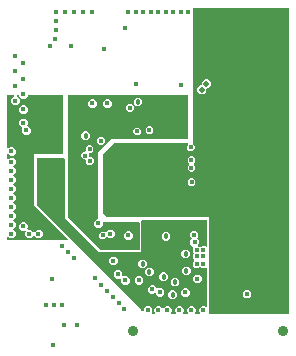
<source format=gbr>
G04 EAGLE Gerber RS-274X export*
G75*
%MOMM*%
%FSLAX34Y34*%
%LPD*%
%INCopper Layer 15*%
%IPPOS*%
%AMOC8*
5,1,8,0,0,1.08239X$1,22.5*%
G01*
%ADD10C,0.900000*%
%ADD11C,0.403200*%
%ADD12C,0.457200*%
%ADD13C,0.503200*%
%ADD14C,0.453200*%

G36*
X240801Y31373D02*
X240801Y31373D01*
X240821Y31371D01*
X240922Y31393D01*
X241024Y31410D01*
X241042Y31419D01*
X241061Y31423D01*
X241151Y31476D01*
X241242Y31525D01*
X241255Y31539D01*
X241273Y31549D01*
X241340Y31628D01*
X241411Y31703D01*
X241420Y31721D01*
X241433Y31736D01*
X241471Y31832D01*
X241515Y31926D01*
X241517Y31946D01*
X241524Y31964D01*
X241543Y32131D01*
X241543Y289231D01*
X241540Y289251D01*
X241542Y289270D01*
X241520Y289372D01*
X241503Y289474D01*
X241494Y289491D01*
X241490Y289511D01*
X241436Y289600D01*
X241388Y289691D01*
X241374Y289705D01*
X241363Y289722D01*
X241285Y289789D01*
X241210Y289860D01*
X241192Y289869D01*
X241177Y289882D01*
X241080Y289921D01*
X240987Y289964D01*
X240967Y289966D01*
X240948Y289974D01*
X240782Y289992D01*
X160655Y289992D01*
X160635Y289989D01*
X160616Y289991D01*
X160514Y289969D01*
X160412Y289952D01*
X160395Y289943D01*
X160375Y289939D01*
X160286Y289886D01*
X160195Y289837D01*
X160181Y289823D01*
X160164Y289813D01*
X160097Y289734D01*
X160026Y289659D01*
X160017Y289641D01*
X160004Y289626D01*
X159965Y289530D01*
X159922Y289436D01*
X159920Y289416D01*
X159912Y289398D01*
X159894Y289231D01*
X159894Y175524D01*
X159909Y175434D01*
X159916Y175343D01*
X159928Y175313D01*
X159934Y175281D01*
X159976Y175200D01*
X160012Y175116D01*
X160038Y175084D01*
X160049Y175064D01*
X160072Y175041D01*
X160117Y174985D01*
X161402Y173700D01*
X161402Y170978D01*
X159476Y169052D01*
X156754Y169052D01*
X154828Y170978D01*
X154828Y173700D01*
X155596Y174468D01*
X155637Y174526D01*
X155687Y174578D01*
X155709Y174625D01*
X155739Y174667D01*
X155760Y174736D01*
X155790Y174801D01*
X155796Y174853D01*
X155811Y174903D01*
X155810Y174974D01*
X155818Y175045D01*
X155806Y175096D01*
X155805Y175148D01*
X155780Y175216D01*
X155765Y175286D01*
X155739Y175330D01*
X155721Y175379D01*
X155676Y175435D01*
X155639Y175497D01*
X155600Y175531D01*
X155567Y175571D01*
X155507Y175610D01*
X155452Y175657D01*
X155404Y175676D01*
X155360Y175704D01*
X155291Y175722D01*
X155224Y175749D01*
X155153Y175757D01*
X155122Y175765D01*
X155098Y175763D01*
X155057Y175767D01*
X93472Y175767D01*
X93382Y175753D01*
X93291Y175745D01*
X93261Y175733D01*
X93229Y175728D01*
X93149Y175685D01*
X93065Y175649D01*
X93033Y175623D01*
X93012Y175612D01*
X92990Y175589D01*
X92934Y175544D01*
X84298Y166908D01*
X84245Y166834D01*
X84185Y166765D01*
X84173Y166735D01*
X84154Y166709D01*
X84127Y166622D01*
X84093Y166537D01*
X84089Y166496D01*
X84082Y166473D01*
X84083Y166441D01*
X84075Y166370D01*
X84075Y116840D01*
X84090Y116750D01*
X84097Y116659D01*
X84109Y116629D01*
X84115Y116597D01*
X84157Y116517D01*
X84193Y116433D01*
X84219Y116401D01*
X84230Y116380D01*
X84253Y116358D01*
X84298Y116302D01*
X86838Y113762D01*
X86912Y113709D01*
X86981Y113649D01*
X87011Y113637D01*
X87037Y113618D01*
X87124Y113591D01*
X87209Y113557D01*
X87250Y113553D01*
X87273Y113546D01*
X87305Y113547D01*
X87376Y113539D01*
X173737Y113539D01*
X173737Y32131D01*
X173740Y32111D01*
X173738Y32092D01*
X173760Y31990D01*
X173777Y31888D01*
X173786Y31871D01*
X173790Y31851D01*
X173843Y31762D01*
X173892Y31671D01*
X173906Y31657D01*
X173916Y31640D01*
X173995Y31573D01*
X174070Y31502D01*
X174088Y31493D01*
X174103Y31480D01*
X174199Y31441D01*
X174293Y31398D01*
X174313Y31396D01*
X174331Y31388D01*
X174498Y31370D01*
X240782Y31370D01*
X240801Y31373D01*
G37*
G36*
X114320Y85602D02*
X114320Y85602D01*
X114339Y85600D01*
X114441Y85622D01*
X114543Y85639D01*
X114560Y85648D01*
X114580Y85652D01*
X114669Y85705D01*
X114760Y85754D01*
X114774Y85768D01*
X114791Y85778D01*
X114858Y85857D01*
X114930Y85932D01*
X114938Y85950D01*
X114951Y85965D01*
X114990Y86061D01*
X115033Y86155D01*
X115035Y86175D01*
X115043Y86193D01*
X115061Y86360D01*
X115061Y107950D01*
X115058Y107970D01*
X115060Y107989D01*
X115038Y108091D01*
X115022Y108193D01*
X115012Y108210D01*
X115008Y108230D01*
X114955Y108319D01*
X114906Y108410D01*
X114892Y108424D01*
X114882Y108441D01*
X114803Y108508D01*
X114728Y108580D01*
X114710Y108588D01*
X114695Y108601D01*
X114599Y108640D01*
X114505Y108683D01*
X114485Y108685D01*
X114467Y108693D01*
X114300Y108711D01*
X84308Y108711D01*
X84288Y108708D01*
X84269Y108710D01*
X84167Y108688D01*
X84065Y108672D01*
X84048Y108662D01*
X84028Y108658D01*
X83939Y108605D01*
X83848Y108556D01*
X83834Y108542D01*
X83817Y108532D01*
X83750Y108453D01*
X83678Y108378D01*
X83670Y108360D01*
X83657Y108345D01*
X83618Y108249D01*
X83575Y108155D01*
X83573Y108135D01*
X83565Y108117D01*
X83547Y107950D01*
X83547Y106485D01*
X81475Y104413D01*
X78545Y104413D01*
X76473Y106485D01*
X76473Y109415D01*
X78545Y111487D01*
X79121Y111487D01*
X79141Y111490D01*
X79160Y111488D01*
X79262Y111510D01*
X79364Y111526D01*
X79381Y111536D01*
X79401Y111540D01*
X79490Y111593D01*
X79581Y111642D01*
X79595Y111656D01*
X79612Y111666D01*
X79679Y111745D01*
X79751Y111820D01*
X79759Y111838D01*
X79772Y111853D01*
X79811Y111949D01*
X79854Y112043D01*
X79856Y112063D01*
X79864Y112081D01*
X79882Y112248D01*
X79882Y168595D01*
X90231Y178944D01*
X154813Y178944D01*
X154833Y178947D01*
X154852Y178945D01*
X154954Y178967D01*
X155056Y178984D01*
X155073Y178993D01*
X155093Y178997D01*
X155182Y179050D01*
X155273Y179099D01*
X155287Y179113D01*
X155304Y179123D01*
X155371Y179202D01*
X155443Y179277D01*
X155451Y179295D01*
X155464Y179310D01*
X155503Y179406D01*
X155546Y179500D01*
X155548Y179520D01*
X155556Y179538D01*
X155574Y179705D01*
X155574Y215900D01*
X155571Y215920D01*
X155573Y215939D01*
X155551Y216041D01*
X155535Y216143D01*
X155525Y216160D01*
X155521Y216180D01*
X155468Y216269D01*
X155419Y216360D01*
X155405Y216374D01*
X155395Y216391D01*
X155316Y216458D01*
X155241Y216530D01*
X155223Y216538D01*
X155208Y216551D01*
X155112Y216590D01*
X155018Y216633D01*
X154998Y216635D01*
X154980Y216643D01*
X154813Y216661D01*
X54991Y216661D01*
X54971Y216658D01*
X54952Y216660D01*
X54850Y216638D01*
X54748Y216622D01*
X54731Y216612D01*
X54711Y216608D01*
X54622Y216555D01*
X54531Y216506D01*
X54517Y216492D01*
X54500Y216482D01*
X54433Y216403D01*
X54362Y216328D01*
X54353Y216310D01*
X54340Y216295D01*
X54301Y216199D01*
X54258Y216105D01*
X54256Y216085D01*
X54248Y216067D01*
X54230Y215900D01*
X54230Y113030D01*
X54245Y112940D01*
X54252Y112849D01*
X54264Y112819D01*
X54270Y112787D01*
X54312Y112707D01*
X54348Y112623D01*
X54374Y112591D01*
X54385Y112570D01*
X54408Y112548D01*
X54434Y112515D01*
X54435Y112513D01*
X54437Y112512D01*
X54453Y112492D01*
X81123Y85822D01*
X81197Y85769D01*
X81266Y85709D01*
X81296Y85697D01*
X81322Y85678D01*
X81409Y85651D01*
X81494Y85617D01*
X81535Y85613D01*
X81558Y85606D01*
X81590Y85607D01*
X81661Y85599D01*
X114300Y85599D01*
X114320Y85602D01*
G37*
G36*
X127088Y31254D02*
X127088Y31254D01*
X127160Y31256D01*
X127209Y31274D01*
X127260Y31283D01*
X127324Y31316D01*
X127391Y31341D01*
X127432Y31373D01*
X127478Y31398D01*
X127527Y31450D01*
X127583Y31494D01*
X127611Y31538D01*
X127647Y31576D01*
X127677Y31641D01*
X127716Y31701D01*
X127729Y31752D01*
X127751Y31799D01*
X127759Y31870D01*
X127776Y31940D01*
X127772Y31992D01*
X127778Y32043D01*
X127763Y32114D01*
X127757Y32185D01*
X127737Y32233D01*
X127726Y32284D01*
X127689Y32345D01*
X127661Y32411D01*
X127616Y32467D01*
X127600Y32495D01*
X127582Y32510D01*
X127556Y32542D01*
X127273Y32825D01*
X127273Y35755D01*
X129345Y37827D01*
X132275Y37827D01*
X134082Y36020D01*
X134098Y36008D01*
X134110Y35993D01*
X134180Y35948D01*
X134212Y35921D01*
X134230Y35913D01*
X134281Y35876D01*
X134300Y35871D01*
X134317Y35860D01*
X134418Y35834D01*
X134517Y35804D01*
X134536Y35805D01*
X134556Y35800D01*
X134659Y35808D01*
X134762Y35810D01*
X134781Y35817D01*
X134801Y35819D01*
X134873Y35850D01*
X134876Y35850D01*
X134883Y35854D01*
X134896Y35859D01*
X134993Y35895D01*
X135009Y35907D01*
X135027Y35915D01*
X135083Y35959D01*
X135093Y35965D01*
X135105Y35977D01*
X135158Y36020D01*
X136965Y37827D01*
X139895Y37827D01*
X141967Y35755D01*
X141967Y32825D01*
X141684Y32542D01*
X141642Y32484D01*
X141593Y32432D01*
X141571Y32385D01*
X141540Y32343D01*
X141519Y32274D01*
X141489Y32209D01*
X141483Y32157D01*
X141468Y32108D01*
X141470Y32036D01*
X141462Y31965D01*
X141473Y31914D01*
X141474Y31862D01*
X141499Y31794D01*
X141514Y31724D01*
X141541Y31679D01*
X141559Y31631D01*
X141604Y31575D01*
X141640Y31513D01*
X141680Y31479D01*
X141713Y31439D01*
X141773Y31400D01*
X141827Y31353D01*
X141876Y31334D01*
X141920Y31306D01*
X141989Y31288D01*
X142056Y31261D01*
X142127Y31253D01*
X142158Y31245D01*
X142181Y31247D01*
X142222Y31243D01*
X144798Y31243D01*
X144868Y31254D01*
X144940Y31256D01*
X144989Y31274D01*
X145040Y31283D01*
X145104Y31316D01*
X145171Y31341D01*
X145212Y31373D01*
X145258Y31398D01*
X145307Y31450D01*
X145363Y31494D01*
X145391Y31538D01*
X145427Y31576D01*
X145457Y31641D01*
X145496Y31701D01*
X145509Y31752D01*
X145531Y31799D01*
X145539Y31870D01*
X145556Y31940D01*
X145552Y31992D01*
X145558Y32043D01*
X145543Y32114D01*
X145537Y32185D01*
X145517Y32233D01*
X145506Y32284D01*
X145469Y32345D01*
X145441Y32411D01*
X145396Y32467D01*
X145380Y32495D01*
X145362Y32510D01*
X145336Y32542D01*
X145053Y32825D01*
X145053Y35755D01*
X147125Y37827D01*
X150055Y37827D01*
X152127Y35755D01*
X152127Y32825D01*
X151844Y32542D01*
X151802Y32484D01*
X151753Y32432D01*
X151731Y32385D01*
X151700Y32343D01*
X151679Y32274D01*
X151649Y32209D01*
X151643Y32157D01*
X151628Y32108D01*
X151630Y32036D01*
X151622Y31965D01*
X151633Y31914D01*
X151634Y31862D01*
X151659Y31794D01*
X151674Y31724D01*
X151701Y31679D01*
X151719Y31631D01*
X151764Y31575D01*
X151800Y31513D01*
X151840Y31479D01*
X151873Y31439D01*
X151933Y31400D01*
X151987Y31353D01*
X152036Y31334D01*
X152080Y31306D01*
X152149Y31288D01*
X152216Y31261D01*
X152287Y31253D01*
X152318Y31245D01*
X152341Y31247D01*
X152382Y31243D01*
X154958Y31243D01*
X155028Y31254D01*
X155100Y31256D01*
X155149Y31274D01*
X155200Y31283D01*
X155264Y31316D01*
X155331Y31341D01*
X155372Y31373D01*
X155418Y31398D01*
X155467Y31450D01*
X155523Y31494D01*
X155551Y31538D01*
X155587Y31576D01*
X155617Y31641D01*
X155656Y31701D01*
X155669Y31752D01*
X155691Y31799D01*
X155699Y31870D01*
X155716Y31940D01*
X155712Y31992D01*
X155718Y32043D01*
X155703Y32114D01*
X155697Y32185D01*
X155677Y32233D01*
X155666Y32284D01*
X155629Y32345D01*
X155601Y32411D01*
X155556Y32467D01*
X155540Y32495D01*
X155522Y32510D01*
X155496Y32542D01*
X155213Y32825D01*
X155213Y35755D01*
X157285Y37827D01*
X160215Y37827D01*
X162287Y35755D01*
X162287Y32825D01*
X162004Y32542D01*
X161962Y32484D01*
X161913Y32432D01*
X161891Y32385D01*
X161860Y32343D01*
X161839Y32274D01*
X161809Y32209D01*
X161803Y32157D01*
X161788Y32108D01*
X161790Y32036D01*
X161782Y31965D01*
X161793Y31914D01*
X161794Y31862D01*
X161819Y31794D01*
X161834Y31724D01*
X161861Y31679D01*
X161879Y31631D01*
X161924Y31575D01*
X161960Y31513D01*
X162000Y31479D01*
X162033Y31439D01*
X162093Y31400D01*
X162147Y31353D01*
X162196Y31334D01*
X162240Y31306D01*
X162309Y31288D01*
X162376Y31261D01*
X162447Y31253D01*
X162478Y31245D01*
X162501Y31247D01*
X162542Y31243D01*
X165118Y31243D01*
X165188Y31254D01*
X165260Y31256D01*
X165309Y31274D01*
X165360Y31283D01*
X165424Y31316D01*
X165491Y31341D01*
X165532Y31373D01*
X165578Y31398D01*
X165627Y31450D01*
X165683Y31494D01*
X165711Y31538D01*
X165747Y31576D01*
X165777Y31641D01*
X165816Y31701D01*
X165829Y31752D01*
X165851Y31799D01*
X165859Y31870D01*
X165876Y31940D01*
X165872Y31992D01*
X165878Y32043D01*
X165863Y32114D01*
X165857Y32185D01*
X165837Y32233D01*
X165826Y32284D01*
X165789Y32345D01*
X165761Y32411D01*
X165716Y32467D01*
X165700Y32495D01*
X165682Y32510D01*
X165656Y32542D01*
X165373Y32825D01*
X165373Y35755D01*
X167445Y37827D01*
X170375Y37827D01*
X170658Y37544D01*
X170716Y37502D01*
X170768Y37453D01*
X170815Y37431D01*
X170857Y37400D01*
X170926Y37379D01*
X170991Y37349D01*
X171043Y37343D01*
X171093Y37328D01*
X171164Y37330D01*
X171235Y37322D01*
X171286Y37333D01*
X171338Y37334D01*
X171406Y37359D01*
X171476Y37374D01*
X171520Y37401D01*
X171569Y37419D01*
X171625Y37464D01*
X171687Y37500D01*
X171721Y37540D01*
X171761Y37573D01*
X171800Y37633D01*
X171847Y37687D01*
X171866Y37736D01*
X171894Y37780D01*
X171912Y37849D01*
X171921Y37872D01*
X171929Y37889D01*
X171930Y37893D01*
X171939Y37916D01*
X171947Y37987D01*
X171955Y38018D01*
X171953Y38041D01*
X171957Y38082D01*
X171957Y65296D01*
X171943Y65386D01*
X171935Y65477D01*
X171923Y65507D01*
X171918Y65538D01*
X171875Y65619D01*
X171839Y65703D01*
X171813Y65735D01*
X171802Y65756D01*
X171779Y65778D01*
X171734Y65834D01*
X171723Y65845D01*
X171723Y68775D01*
X171734Y68786D01*
X171779Y68848D01*
X171807Y68877D01*
X171812Y68888D01*
X171847Y68929D01*
X171859Y68959D01*
X171878Y68986D01*
X171905Y69073D01*
X171939Y69158D01*
X171943Y69198D01*
X171950Y69221D01*
X171949Y69253D01*
X171957Y69324D01*
X171957Y69868D01*
X171946Y69938D01*
X171944Y70010D01*
X171926Y70059D01*
X171918Y70110D01*
X171884Y70174D01*
X171859Y70241D01*
X171827Y70282D01*
X171802Y70328D01*
X171751Y70377D01*
X171706Y70433D01*
X171662Y70461D01*
X171624Y70497D01*
X171559Y70527D01*
X171499Y70566D01*
X171448Y70579D01*
X171401Y70601D01*
X171330Y70609D01*
X171260Y70626D01*
X171208Y70622D01*
X171157Y70628D01*
X171086Y70613D01*
X171015Y70607D01*
X170967Y70587D01*
X170916Y70576D01*
X170855Y70539D01*
X170789Y70511D01*
X170733Y70466D01*
X170705Y70450D01*
X170690Y70432D01*
X170658Y70406D01*
X170375Y70123D01*
X167445Y70123D01*
X166601Y70967D01*
X166585Y70979D01*
X166572Y70995D01*
X166485Y71051D01*
X166401Y71111D01*
X166382Y71117D01*
X166365Y71128D01*
X166265Y71153D01*
X166166Y71183D01*
X166146Y71183D01*
X166127Y71188D01*
X166024Y71180D01*
X165920Y71177D01*
X165901Y71170D01*
X165882Y71169D01*
X165787Y71128D01*
X165689Y71093D01*
X165674Y71080D01*
X165655Y71072D01*
X165524Y70967D01*
X164675Y70118D01*
X161745Y70118D01*
X159673Y72189D01*
X159673Y75119D01*
X160899Y76346D01*
X160911Y76362D01*
X160927Y76375D01*
X160983Y76462D01*
X161043Y76546D01*
X161049Y76565D01*
X161060Y76582D01*
X161085Y76682D01*
X161115Y76781D01*
X161115Y76801D01*
X161120Y76820D01*
X161112Y76923D01*
X161109Y77027D01*
X161102Y77045D01*
X161101Y77065D01*
X161060Y77160D01*
X161025Y77258D01*
X161012Y77273D01*
X161004Y77292D01*
X160899Y77423D01*
X159770Y78552D01*
X159770Y81482D01*
X160336Y82048D01*
X160347Y82064D01*
X160363Y82076D01*
X160419Y82163D01*
X160479Y82247D01*
X160485Y82266D01*
X160496Y82283D01*
X160521Y82384D01*
X160552Y82482D01*
X160551Y82502D01*
X160556Y82522D01*
X160548Y82625D01*
X160545Y82728D01*
X160539Y82747D01*
X160537Y82767D01*
X160497Y82862D01*
X160461Y82959D01*
X160448Y82975D01*
X160441Y82993D01*
X160336Y83124D01*
X159679Y83781D01*
X159679Y86711D01*
X160170Y87201D01*
X160185Y87223D01*
X160194Y87229D01*
X160215Y87263D01*
X160261Y87311D01*
X160283Y87358D01*
X160313Y87400D01*
X160322Y87429D01*
X160327Y87436D01*
X160336Y87472D01*
X160364Y87534D01*
X160370Y87586D01*
X160385Y87636D01*
X160385Y87667D01*
X160387Y87675D01*
X160384Y87710D01*
X160391Y87778D01*
X160380Y87829D01*
X160379Y87881D01*
X160368Y87911D01*
X160368Y87920D01*
X160354Y87953D01*
X160339Y88019D01*
X160313Y88063D01*
X160295Y88112D01*
X160275Y88136D01*
X160271Y88146D01*
X160239Y88187D01*
X160213Y88230D01*
X160185Y88254D01*
X160166Y88277D01*
X160148Y88296D01*
X160141Y88304D01*
X160136Y88307D01*
X157872Y90572D01*
X157872Y93502D01*
X158845Y94475D01*
X158856Y94491D01*
X158872Y94503D01*
X158928Y94591D01*
X158988Y94675D01*
X158994Y94694D01*
X159005Y94710D01*
X159030Y94811D01*
X159061Y94910D01*
X159060Y94930D01*
X159065Y94949D01*
X159057Y95052D01*
X159054Y95156D01*
X159047Y95174D01*
X159046Y95194D01*
X159005Y95289D01*
X158970Y95387D01*
X158957Y95402D01*
X158949Y95420D01*
X158845Y95551D01*
X157643Y96753D01*
X157643Y99683D01*
X159715Y101755D01*
X162645Y101755D01*
X164716Y99683D01*
X164716Y96753D01*
X163743Y95780D01*
X163732Y95764D01*
X163716Y95752D01*
X163660Y95664D01*
X163600Y95581D01*
X163594Y95562D01*
X163583Y95545D01*
X163558Y95444D01*
X163527Y95346D01*
X163528Y95326D01*
X163523Y95306D01*
X163531Y95203D01*
X163534Y95100D01*
X163541Y95081D01*
X163542Y95061D01*
X163583Y94966D01*
X163618Y94869D01*
X163631Y94853D01*
X163639Y94835D01*
X163743Y94704D01*
X164945Y93502D01*
X164945Y90572D01*
X164455Y90082D01*
X164439Y90060D01*
X164431Y90053D01*
X164409Y90020D01*
X164364Y89972D01*
X164342Y89924D01*
X164311Y89882D01*
X164303Y89854D01*
X164298Y89846D01*
X164289Y89810D01*
X164260Y89749D01*
X164254Y89697D01*
X164239Y89647D01*
X164240Y89616D01*
X164238Y89608D01*
X164241Y89572D01*
X164233Y89504D01*
X164244Y89453D01*
X164245Y89401D01*
X164256Y89372D01*
X164257Y89363D01*
X164271Y89330D01*
X164285Y89264D01*
X164312Y89219D01*
X164330Y89170D01*
X164349Y89146D01*
X164353Y89136D01*
X164386Y89096D01*
X164412Y89053D01*
X164439Y89029D01*
X164458Y89005D01*
X164477Y88987D01*
X164484Y88978D01*
X164488Y88975D01*
X165552Y87911D01*
X165568Y87900D01*
X165581Y87884D01*
X165668Y87828D01*
X165752Y87768D01*
X165771Y87762D01*
X165788Y87751D01*
X165888Y87726D01*
X165987Y87695D01*
X166007Y87696D01*
X166026Y87691D01*
X166129Y87699D01*
X166233Y87702D01*
X166252Y87709D01*
X166271Y87710D01*
X166366Y87751D01*
X166464Y87786D01*
X166479Y87799D01*
X166498Y87807D01*
X166629Y87911D01*
X167458Y88741D01*
X170388Y88741D01*
X170658Y88472D01*
X170716Y88430D01*
X170768Y88381D01*
X170815Y88359D01*
X170857Y88328D01*
X170926Y88307D01*
X170991Y88277D01*
X171043Y88271D01*
X171093Y88256D01*
X171164Y88258D01*
X171235Y88250D01*
X171286Y88261D01*
X171338Y88262D01*
X171406Y88287D01*
X171476Y88302D01*
X171520Y88329D01*
X171569Y88347D01*
X171625Y88392D01*
X171687Y88428D01*
X171721Y88468D01*
X171761Y88501D01*
X171800Y88561D01*
X171847Y88615D01*
X171866Y88664D01*
X171894Y88707D01*
X171912Y88777D01*
X171939Y88843D01*
X171947Y88915D01*
X171955Y88946D01*
X171953Y88969D01*
X171957Y89010D01*
X171957Y110109D01*
X171954Y110129D01*
X171956Y110148D01*
X171934Y110250D01*
X171918Y110352D01*
X171908Y110369D01*
X171904Y110389D01*
X171851Y110478D01*
X171802Y110569D01*
X171788Y110583D01*
X171778Y110600D01*
X171699Y110667D01*
X171624Y110739D01*
X171606Y110747D01*
X171591Y110760D01*
X171495Y110799D01*
X171401Y110842D01*
X171381Y110844D01*
X171363Y110852D01*
X171196Y110870D01*
X117221Y110870D01*
X117201Y110867D01*
X117182Y110869D01*
X117080Y110847D01*
X116978Y110831D01*
X116961Y110821D01*
X116941Y110817D01*
X116852Y110764D01*
X116761Y110715D01*
X116747Y110701D01*
X116730Y110691D01*
X116663Y110612D01*
X116592Y110537D01*
X116583Y110519D01*
X116570Y110504D01*
X116531Y110408D01*
X116488Y110314D01*
X116486Y110294D01*
X116478Y110276D01*
X116460Y110109D01*
X116460Y83946D01*
X80071Y83946D01*
X51307Y112710D01*
X51307Y162560D01*
X51304Y162580D01*
X51306Y162599D01*
X51284Y162701D01*
X51268Y162803D01*
X51258Y162820D01*
X51254Y162840D01*
X51201Y162929D01*
X51152Y163020D01*
X51138Y163034D01*
X51128Y163051D01*
X51049Y163118D01*
X50974Y163190D01*
X50956Y163198D01*
X50941Y163211D01*
X50845Y163250D01*
X50751Y163293D01*
X50731Y163295D01*
X50713Y163303D01*
X50546Y163321D01*
X29083Y163321D01*
X29063Y163318D01*
X29044Y163320D01*
X28942Y163298D01*
X28840Y163282D01*
X28823Y163272D01*
X28803Y163268D01*
X28714Y163215D01*
X28623Y163166D01*
X28609Y163152D01*
X28592Y163142D01*
X28525Y163063D01*
X28454Y162988D01*
X28445Y162970D01*
X28432Y162955D01*
X28393Y162859D01*
X28350Y162765D01*
X28348Y162745D01*
X28340Y162727D01*
X28322Y162560D01*
X28322Y123063D01*
X28337Y122973D01*
X28344Y122882D01*
X28356Y122852D01*
X28362Y122820D01*
X28404Y122740D01*
X28440Y122656D01*
X28466Y122624D01*
X28477Y122603D01*
X28500Y122581D01*
X28545Y122525D01*
X117084Y33986D01*
X117142Y33944D01*
X117194Y33894D01*
X117241Y33872D01*
X117283Y33842D01*
X117352Y33821D01*
X117417Y33791D01*
X117469Y33785D01*
X117519Y33770D01*
X117590Y33772D01*
X117661Y33764D01*
X117712Y33775D01*
X117764Y33776D01*
X117832Y33801D01*
X117902Y33816D01*
X117946Y33843D01*
X117995Y33861D01*
X118051Y33905D01*
X118113Y33942D01*
X118147Y33982D01*
X118187Y34014D01*
X118226Y34075D01*
X118273Y34129D01*
X118292Y34177D01*
X118320Y34221D01*
X118338Y34291D01*
X118365Y34357D01*
X118373Y34429D01*
X118381Y34460D01*
X118379Y34483D01*
X118383Y34524D01*
X118383Y35755D01*
X120455Y37827D01*
X123385Y37827D01*
X125457Y35755D01*
X125457Y32825D01*
X125174Y32542D01*
X125132Y32484D01*
X125083Y32432D01*
X125061Y32385D01*
X125030Y32343D01*
X125009Y32274D01*
X124979Y32209D01*
X124973Y32157D01*
X124958Y32108D01*
X124960Y32036D01*
X124952Y31965D01*
X124963Y31914D01*
X124964Y31862D01*
X124989Y31794D01*
X125004Y31724D01*
X125031Y31679D01*
X125049Y31631D01*
X125094Y31575D01*
X125130Y31513D01*
X125170Y31479D01*
X125203Y31439D01*
X125263Y31400D01*
X125317Y31353D01*
X125366Y31334D01*
X125410Y31306D01*
X125479Y31288D01*
X125546Y31261D01*
X125617Y31253D01*
X125648Y31245D01*
X125671Y31247D01*
X125712Y31243D01*
X127018Y31243D01*
X127088Y31254D01*
G37*
G36*
X53665Y93738D02*
X53665Y93738D01*
X53736Y93740D01*
X53785Y93758D01*
X53837Y93767D01*
X53900Y93800D01*
X53967Y93825D01*
X54008Y93857D01*
X54054Y93882D01*
X54103Y93933D01*
X54159Y93978D01*
X54188Y94022D01*
X54224Y94060D01*
X54254Y94125D01*
X54292Y94185D01*
X54305Y94236D01*
X54327Y94283D01*
X54335Y94354D01*
X54353Y94424D01*
X54348Y94476D01*
X54354Y94527D01*
X54339Y94598D01*
X54333Y94669D01*
X54313Y94717D01*
X54302Y94768D01*
X54265Y94829D01*
X54237Y94895D01*
X54192Y94951D01*
X54176Y94979D01*
X54158Y94994D01*
X54132Y95026D01*
X25526Y123632D01*
X25526Y166244D01*
X49276Y166244D01*
X49296Y166247D01*
X49315Y166245D01*
X49417Y166267D01*
X49519Y166284D01*
X49536Y166293D01*
X49556Y166297D01*
X49645Y166350D01*
X49736Y166399D01*
X49750Y166413D01*
X49767Y166423D01*
X49834Y166502D01*
X49906Y166577D01*
X49914Y166595D01*
X49927Y166610D01*
X49966Y166706D01*
X50009Y166800D01*
X50011Y166820D01*
X50019Y166838D01*
X50037Y167005D01*
X50037Y216027D01*
X50034Y216047D01*
X50036Y216066D01*
X50014Y216168D01*
X49998Y216270D01*
X49988Y216287D01*
X49984Y216307D01*
X49931Y216396D01*
X49882Y216487D01*
X49868Y216501D01*
X49858Y216518D01*
X49779Y216585D01*
X49704Y216657D01*
X49686Y216665D01*
X49671Y216678D01*
X49575Y216717D01*
X49481Y216760D01*
X49461Y216762D01*
X49443Y216770D01*
X49276Y216788D01*
X20808Y216788D01*
X20788Y216785D01*
X20769Y216787D01*
X20667Y216765D01*
X20565Y216749D01*
X20548Y216739D01*
X20528Y216735D01*
X20439Y216682D01*
X20348Y216633D01*
X20334Y216619D01*
X20317Y216609D01*
X20250Y216530D01*
X20178Y216455D01*
X20170Y216437D01*
X20157Y216422D01*
X20118Y216326D01*
X20075Y216232D01*
X20073Y216212D01*
X20065Y216194D01*
X20047Y216027D01*
X20047Y215705D01*
X17975Y213633D01*
X15045Y213633D01*
X12973Y215705D01*
X12973Y216027D01*
X12970Y216047D01*
X12972Y216066D01*
X12950Y216168D01*
X12934Y216270D01*
X12924Y216287D01*
X12920Y216307D01*
X12867Y216396D01*
X12818Y216487D01*
X12804Y216501D01*
X12794Y216518D01*
X12715Y216585D01*
X12640Y216657D01*
X12622Y216665D01*
X12607Y216678D01*
X12511Y216717D01*
X12417Y216760D01*
X12397Y216762D01*
X12379Y216770D01*
X12212Y216788D01*
X11566Y216788D01*
X11495Y216777D01*
X11424Y216775D01*
X11375Y216757D01*
X11323Y216749D01*
X11260Y216715D01*
X11193Y216690D01*
X11152Y216658D01*
X11106Y216633D01*
X11057Y216582D01*
X11001Y216537D01*
X10972Y216493D01*
X10937Y216455D01*
X10906Y216390D01*
X10868Y216330D01*
X10855Y216279D01*
X10833Y216232D01*
X10825Y216161D01*
X10808Y216091D01*
X10812Y216039D01*
X10806Y215988D01*
X10821Y215917D01*
X10827Y215846D01*
X10847Y215798D01*
X10858Y215747D01*
X10895Y215686D01*
X10923Y215620D01*
X10968Y215564D01*
X10984Y215536D01*
X11002Y215521D01*
X11028Y215489D01*
X13259Y213258D01*
X13259Y210328D01*
X11187Y208256D01*
X8257Y208256D01*
X6185Y210328D01*
X6185Y213258D01*
X8416Y215489D01*
X8458Y215547D01*
X8507Y215599D01*
X8529Y215646D01*
X8559Y215688D01*
X8580Y215757D01*
X8611Y215822D01*
X8616Y215874D01*
X8632Y215924D01*
X8630Y215995D01*
X8638Y216066D01*
X8627Y216117D01*
X8625Y216169D01*
X8601Y216237D01*
X8586Y216307D01*
X8559Y216351D01*
X8541Y216400D01*
X8496Y216456D01*
X8459Y216518D01*
X8420Y216552D01*
X8387Y216592D01*
X8327Y216631D01*
X8272Y216678D01*
X8224Y216697D01*
X8180Y216725D01*
X8111Y216743D01*
X8044Y216770D01*
X7973Y216778D01*
X7942Y216786D01*
X7919Y216784D01*
X7878Y216788D01*
X3411Y216788D01*
X3391Y216785D01*
X3371Y216787D01*
X3270Y216765D01*
X3168Y216749D01*
X3150Y216739D01*
X3131Y216735D01*
X3042Y216682D01*
X2950Y216633D01*
X2937Y216619D01*
X2920Y216609D01*
X2852Y216530D01*
X2781Y216455D01*
X2773Y216437D01*
X2760Y216422D01*
X2721Y216326D01*
X2677Y216232D01*
X2675Y216212D01*
X2668Y216194D01*
X2649Y216027D01*
X2649Y172049D01*
X2661Y171978D01*
X2663Y171906D01*
X2681Y171857D01*
X2689Y171806D01*
X2723Y171743D01*
X2747Y171675D01*
X2780Y171635D01*
X2804Y171589D01*
X2856Y171539D01*
X2901Y171483D01*
X2945Y171455D01*
X2983Y171419D01*
X3048Y171389D01*
X3108Y171350D01*
X3158Y171338D01*
X3206Y171316D01*
X3277Y171308D01*
X3346Y171290D01*
X3398Y171294D01*
X3450Y171289D01*
X3520Y171304D01*
X3592Y171309D01*
X3639Y171330D01*
X3690Y171341D01*
X3752Y171378D01*
X3818Y171406D01*
X3874Y171451D01*
X3902Y171467D01*
X3917Y171485D01*
X3949Y171511D01*
X4885Y172447D01*
X7815Y172447D01*
X9887Y170375D01*
X9887Y167445D01*
X7815Y165373D01*
X4885Y165373D01*
X3949Y166309D01*
X3891Y166351D01*
X3839Y166401D01*
X3791Y166423D01*
X3749Y166453D01*
X3681Y166474D01*
X3616Y166504D01*
X3564Y166510D01*
X3514Y166525D01*
X3442Y166523D01*
X3371Y166531D01*
X3320Y166520D01*
X3268Y166519D01*
X3201Y166494D01*
X3131Y166479D01*
X3086Y166452D01*
X3037Y166435D01*
X2981Y166390D01*
X2920Y166353D01*
X2886Y166313D01*
X2845Y166281D01*
X2806Y166221D01*
X2760Y166166D01*
X2740Y166118D01*
X2712Y166074D01*
X2695Y166004D01*
X2668Y165938D01*
X2660Y165867D01*
X2652Y165835D01*
X2654Y165812D01*
X2649Y165771D01*
X2649Y163159D01*
X2661Y163088D01*
X2663Y163016D01*
X2681Y162967D01*
X2689Y162916D01*
X2723Y162853D01*
X2747Y162785D01*
X2780Y162745D01*
X2804Y162699D01*
X2856Y162649D01*
X2901Y162593D01*
X2945Y162565D01*
X2983Y162529D01*
X3048Y162499D01*
X3108Y162460D01*
X3158Y162448D01*
X3206Y162426D01*
X3277Y162418D01*
X3346Y162400D01*
X3398Y162404D01*
X3450Y162399D01*
X3520Y162414D01*
X3592Y162419D01*
X3639Y162440D01*
X3690Y162451D01*
X3752Y162488D01*
X3818Y162516D01*
X3874Y162561D01*
X3902Y162577D01*
X3917Y162595D01*
X3949Y162621D01*
X4885Y163557D01*
X7815Y163557D01*
X9887Y161485D01*
X9887Y158555D01*
X8080Y156748D01*
X8068Y156732D01*
X8053Y156720D01*
X7997Y156632D01*
X7936Y156549D01*
X7931Y156530D01*
X7920Y156513D01*
X7894Y156412D01*
X7864Y156313D01*
X7865Y156294D01*
X7860Y156274D01*
X7868Y156171D01*
X7870Y156068D01*
X7877Y156049D01*
X7879Y156029D01*
X7919Y155934D01*
X7955Y155837D01*
X7967Y155821D01*
X7975Y155803D01*
X8080Y155672D01*
X9887Y153865D01*
X9887Y150935D01*
X8080Y149128D01*
X8068Y149112D01*
X8053Y149100D01*
X7997Y149012D01*
X7936Y148929D01*
X7931Y148910D01*
X7920Y148893D01*
X7894Y148792D01*
X7864Y148693D01*
X7865Y148674D01*
X7860Y148654D01*
X7868Y148551D01*
X7870Y148448D01*
X7877Y148429D01*
X7879Y148409D01*
X7919Y148314D01*
X7955Y148217D01*
X7967Y148201D01*
X7975Y148183D01*
X8080Y148052D01*
X9887Y146245D01*
X9887Y143315D01*
X8080Y141508D01*
X8068Y141492D01*
X8053Y141480D01*
X7997Y141392D01*
X7936Y141309D01*
X7931Y141290D01*
X7920Y141273D01*
X7894Y141172D01*
X7864Y141073D01*
X7865Y141054D01*
X7860Y141034D01*
X7868Y140931D01*
X7870Y140828D01*
X7877Y140809D01*
X7879Y140789D01*
X7919Y140694D01*
X7955Y140597D01*
X7967Y140581D01*
X7975Y140563D01*
X8080Y140432D01*
X9887Y138625D01*
X9887Y135695D01*
X8080Y133888D01*
X8068Y133872D01*
X8053Y133860D01*
X7997Y133772D01*
X7936Y133689D01*
X7931Y133670D01*
X7920Y133653D01*
X7894Y133552D01*
X7864Y133453D01*
X7865Y133434D01*
X7860Y133414D01*
X7868Y133311D01*
X7870Y133208D01*
X7877Y133189D01*
X7879Y133169D01*
X7919Y133074D01*
X7955Y132977D01*
X7967Y132961D01*
X7975Y132943D01*
X8080Y132812D01*
X9887Y131005D01*
X9887Y128075D01*
X8080Y126268D01*
X8068Y126252D01*
X8053Y126240D01*
X7997Y126152D01*
X7936Y126069D01*
X7931Y126050D01*
X7920Y126033D01*
X7894Y125932D01*
X7864Y125833D01*
X7865Y125814D01*
X7860Y125794D01*
X7868Y125691D01*
X7870Y125588D01*
X7877Y125569D01*
X7879Y125549D01*
X7919Y125454D01*
X7955Y125357D01*
X7967Y125341D01*
X7975Y125323D01*
X8080Y125192D01*
X9887Y123385D01*
X9887Y120455D01*
X8080Y118648D01*
X8068Y118632D01*
X8053Y118620D01*
X7997Y118532D01*
X7936Y118449D01*
X7931Y118430D01*
X7920Y118413D01*
X7894Y118312D01*
X7864Y118213D01*
X7865Y118194D01*
X7860Y118174D01*
X7868Y118071D01*
X7870Y117968D01*
X7877Y117949D01*
X7879Y117929D01*
X7919Y117834D01*
X7955Y117737D01*
X7967Y117721D01*
X7975Y117703D01*
X8057Y117600D01*
X8060Y117596D01*
X8063Y117593D01*
X8080Y117572D01*
X9887Y115765D01*
X9887Y112835D01*
X8080Y111028D01*
X8068Y111012D01*
X8053Y111000D01*
X7997Y110912D01*
X7936Y110829D01*
X7931Y110810D01*
X7920Y110793D01*
X7894Y110692D01*
X7864Y110593D01*
X7865Y110574D01*
X7860Y110554D01*
X7868Y110451D01*
X7870Y110348D01*
X7877Y110329D01*
X7879Y110309D01*
X7919Y110214D01*
X7926Y110197D01*
X7926Y110194D01*
X7927Y110193D01*
X7955Y110117D01*
X7967Y110101D01*
X7975Y110083D01*
X8045Y109995D01*
X8052Y109983D01*
X8060Y109977D01*
X8080Y109952D01*
X9887Y108145D01*
X9887Y105215D01*
X8080Y103408D01*
X8068Y103392D01*
X8053Y103380D01*
X7997Y103292D01*
X7936Y103209D01*
X7931Y103190D01*
X7920Y103173D01*
X7894Y103072D01*
X7864Y102973D01*
X7865Y102954D01*
X7860Y102934D01*
X7868Y102834D01*
X7866Y102822D01*
X7868Y102813D01*
X7870Y102728D01*
X7877Y102709D01*
X7879Y102689D01*
X7912Y102610D01*
X7919Y102582D01*
X7932Y102560D01*
X7955Y102497D01*
X7967Y102481D01*
X7975Y102463D01*
X8033Y102390D01*
X8045Y102371D01*
X8057Y102360D01*
X8080Y102332D01*
X9887Y100525D01*
X9887Y97595D01*
X7815Y95523D01*
X4885Y95523D01*
X3949Y96459D01*
X3891Y96501D01*
X3839Y96551D01*
X3791Y96573D01*
X3749Y96603D01*
X3681Y96624D01*
X3616Y96654D01*
X3564Y96660D01*
X3514Y96675D01*
X3442Y96673D01*
X3371Y96681D01*
X3320Y96670D01*
X3268Y96669D01*
X3201Y96644D01*
X3131Y96629D01*
X3086Y96602D01*
X3037Y96585D01*
X2981Y96540D01*
X2920Y96503D01*
X2886Y96463D01*
X2845Y96431D01*
X2806Y96371D01*
X2760Y96316D01*
X2740Y96268D01*
X2712Y96224D01*
X2695Y96154D01*
X2668Y96088D01*
X2660Y96017D01*
X2652Y95985D01*
X2654Y95962D01*
X2649Y95921D01*
X2649Y94488D01*
X2653Y94468D01*
X2650Y94449D01*
X2672Y94347D01*
X2689Y94245D01*
X2698Y94228D01*
X2703Y94208D01*
X2756Y94119D01*
X2804Y94028D01*
X2819Y94014D01*
X2829Y93997D01*
X2908Y93930D01*
X2983Y93859D01*
X3001Y93850D01*
X3016Y93837D01*
X3112Y93798D01*
X3206Y93755D01*
X3225Y93753D01*
X3244Y93745D01*
X3411Y93727D01*
X53594Y93727D01*
X53665Y93738D01*
G37*
%LPC*%
G36*
X20125Y95523D02*
X20125Y95523D01*
X18053Y97595D01*
X18053Y100525D01*
X18102Y100574D01*
X18144Y100632D01*
X18193Y100684D01*
X18215Y100731D01*
X18246Y100773D01*
X18267Y100842D01*
X18297Y100907D01*
X18303Y100959D01*
X18318Y101009D01*
X18316Y101080D01*
X18324Y101151D01*
X18313Y101202D01*
X18312Y101254D01*
X18287Y101322D01*
X18272Y101392D01*
X18245Y101437D01*
X18227Y101485D01*
X18182Y101541D01*
X18146Y101603D01*
X18106Y101637D01*
X18073Y101677D01*
X18013Y101716D01*
X17959Y101763D01*
X17910Y101782D01*
X17867Y101810D01*
X17797Y101828D01*
X17730Y101855D01*
X17659Y101863D01*
X17628Y101871D01*
X17605Y101869D01*
X17564Y101873D01*
X15045Y101873D01*
X12973Y103945D01*
X12973Y106875D01*
X15045Y108947D01*
X17975Y108947D01*
X20047Y106875D01*
X20047Y103945D01*
X19998Y103896D01*
X19956Y103838D01*
X19907Y103786D01*
X19885Y103739D01*
X19854Y103697D01*
X19833Y103628D01*
X19803Y103563D01*
X19797Y103511D01*
X19782Y103461D01*
X19784Y103390D01*
X19776Y103319D01*
X19787Y103268D01*
X19788Y103216D01*
X19813Y103148D01*
X19828Y103078D01*
X19855Y103033D01*
X19873Y102985D01*
X19918Y102929D01*
X19954Y102867D01*
X19994Y102833D01*
X20027Y102793D01*
X20087Y102754D01*
X20141Y102707D01*
X20190Y102688D01*
X20233Y102660D01*
X20303Y102642D01*
X20370Y102615D01*
X20441Y102607D01*
X20472Y102599D01*
X20495Y102601D01*
X20536Y102597D01*
X23055Y102597D01*
X24862Y100790D01*
X24878Y100778D01*
X24890Y100763D01*
X24958Y100719D01*
X24994Y100688D01*
X25014Y100680D01*
X25061Y100646D01*
X25080Y100641D01*
X25097Y100630D01*
X25198Y100605D01*
X25218Y100598D01*
X25222Y100596D01*
X25225Y100596D01*
X25297Y100574D01*
X25316Y100575D01*
X25336Y100570D01*
X25439Y100578D01*
X25542Y100580D01*
X25561Y100587D01*
X25581Y100589D01*
X25646Y100616D01*
X25654Y100618D01*
X25674Y100628D01*
X25676Y100629D01*
X25773Y100665D01*
X25789Y100677D01*
X25807Y100685D01*
X25859Y100726D01*
X25871Y100733D01*
X25885Y100747D01*
X25938Y100790D01*
X27745Y102597D01*
X30675Y102597D01*
X32747Y100525D01*
X32747Y97595D01*
X30675Y95523D01*
X27745Y95523D01*
X25938Y97330D01*
X25922Y97342D01*
X25910Y97357D01*
X25836Y97405D01*
X25815Y97423D01*
X25802Y97428D01*
X25739Y97474D01*
X25720Y97479D01*
X25703Y97490D01*
X25602Y97516D01*
X25503Y97546D01*
X25484Y97545D01*
X25464Y97550D01*
X25361Y97542D01*
X25258Y97540D01*
X25239Y97533D01*
X25219Y97531D01*
X25124Y97491D01*
X25027Y97455D01*
X25011Y97443D01*
X24993Y97435D01*
X24926Y97381D01*
X24920Y97378D01*
X24914Y97371D01*
X24862Y97330D01*
X23055Y95523D01*
X20125Y95523D01*
G37*
%LPD*%
%LPC*%
G36*
X71283Y157495D02*
X71283Y157495D01*
X69357Y159421D01*
X69357Y161306D01*
X69354Y161326D01*
X69356Y161345D01*
X69334Y161447D01*
X69318Y161549D01*
X69308Y161566D01*
X69304Y161586D01*
X69251Y161675D01*
X69202Y161766D01*
X69188Y161780D01*
X69178Y161797D01*
X69099Y161864D01*
X69024Y161936D01*
X69006Y161944D01*
X68991Y161957D01*
X68895Y161996D01*
X68801Y162039D01*
X68781Y162041D01*
X68763Y162049D01*
X68596Y162067D01*
X67473Y162067D01*
X65547Y163993D01*
X65547Y166715D01*
X67473Y168641D01*
X68469Y168641D01*
X68489Y168644D01*
X68508Y168642D01*
X68610Y168664D01*
X68712Y168680D01*
X68729Y168690D01*
X68749Y168694D01*
X68838Y168747D01*
X68929Y168796D01*
X68943Y168810D01*
X68960Y168820D01*
X69027Y168899D01*
X69099Y168974D01*
X69107Y168992D01*
X69120Y169007D01*
X69159Y169103D01*
X69202Y169197D01*
X69204Y169217D01*
X69212Y169235D01*
X69230Y169402D01*
X69230Y172176D01*
X71156Y174102D01*
X73878Y174102D01*
X75804Y172176D01*
X75804Y169454D01*
X73878Y167528D01*
X72882Y167528D01*
X72862Y167525D01*
X72843Y167527D01*
X72741Y167505D01*
X72639Y167489D01*
X72622Y167479D01*
X72602Y167475D01*
X72513Y167422D01*
X72422Y167373D01*
X72408Y167359D01*
X72391Y167349D01*
X72324Y167270D01*
X72252Y167195D01*
X72244Y167177D01*
X72231Y167162D01*
X72192Y167066D01*
X72149Y166972D01*
X72147Y166952D01*
X72139Y166934D01*
X72121Y166767D01*
X72121Y164830D01*
X72124Y164810D01*
X72122Y164791D01*
X72144Y164689D01*
X72160Y164587D01*
X72170Y164570D01*
X72174Y164550D01*
X72227Y164461D01*
X72276Y164370D01*
X72290Y164356D01*
X72300Y164339D01*
X72379Y164272D01*
X72454Y164200D01*
X72472Y164192D01*
X72487Y164179D01*
X72583Y164140D01*
X72677Y164097D01*
X72697Y164095D01*
X72715Y164087D01*
X72882Y164069D01*
X74005Y164069D01*
X75931Y162143D01*
X75931Y159421D01*
X74005Y157495D01*
X71283Y157495D01*
G37*
%LPD*%
%LPC*%
G36*
X166071Y217193D02*
X166071Y217193D01*
X163853Y219411D01*
X163853Y222549D01*
X166071Y224767D01*
X166902Y224767D01*
X166922Y224770D01*
X166941Y224768D01*
X167043Y224790D01*
X167145Y224806D01*
X167162Y224816D01*
X167182Y224820D01*
X167271Y224873D01*
X167362Y224922D01*
X167376Y224936D01*
X167393Y224946D01*
X167460Y225025D01*
X167532Y225100D01*
X167540Y225118D01*
X167553Y225133D01*
X167592Y225229D01*
X167635Y225323D01*
X167637Y225343D01*
X167645Y225361D01*
X167663Y225528D01*
X167663Y227629D01*
X169881Y229847D01*
X173019Y229847D01*
X175237Y227629D01*
X175237Y224491D01*
X173019Y222273D01*
X172188Y222273D01*
X172168Y222270D01*
X172149Y222272D01*
X172047Y222250D01*
X171945Y222234D01*
X171928Y222224D01*
X171908Y222220D01*
X171819Y222167D01*
X171728Y222118D01*
X171714Y222104D01*
X171697Y222094D01*
X171630Y222015D01*
X171558Y221940D01*
X171550Y221922D01*
X171537Y221907D01*
X171498Y221811D01*
X171455Y221717D01*
X171453Y221697D01*
X171445Y221679D01*
X171427Y221512D01*
X171427Y219411D01*
X169209Y217193D01*
X166071Y217193D01*
G37*
%LPD*%
%LPC*%
G36*
X101405Y56153D02*
X101405Y56153D01*
X99333Y58225D01*
X99333Y60744D01*
X99322Y60814D01*
X99320Y60886D01*
X99302Y60935D01*
X99294Y60987D01*
X99260Y61050D01*
X99235Y61117D01*
X99203Y61158D01*
X99178Y61204D01*
X99127Y61253D01*
X99082Y61309D01*
X99038Y61337D01*
X99000Y61373D01*
X98935Y61403D01*
X98875Y61442D01*
X98824Y61455D01*
X98777Y61477D01*
X98706Y61485D01*
X98636Y61502D01*
X98584Y61498D01*
X98533Y61504D01*
X98462Y61489D01*
X98391Y61483D01*
X98343Y61463D01*
X98292Y61452D01*
X98231Y61415D01*
X98165Y61387D01*
X98109Y61342D01*
X98081Y61326D01*
X98066Y61308D01*
X98034Y61282D01*
X97985Y61233D01*
X95055Y61233D01*
X92983Y63305D01*
X92983Y66235D01*
X95055Y68307D01*
X97985Y68307D01*
X100057Y66235D01*
X100057Y63716D01*
X100068Y63646D01*
X100070Y63574D01*
X100088Y63525D01*
X100096Y63473D01*
X100130Y63410D01*
X100155Y63343D01*
X100187Y63302D01*
X100212Y63256D01*
X100263Y63207D01*
X100308Y63151D01*
X100352Y63123D01*
X100390Y63087D01*
X100455Y63057D01*
X100515Y63018D01*
X100566Y63005D01*
X100613Y62983D01*
X100684Y62975D01*
X100754Y62958D01*
X100806Y62962D01*
X100857Y62956D01*
X100928Y62971D01*
X100999Y62977D01*
X101047Y62997D01*
X101098Y63008D01*
X101159Y63045D01*
X101225Y63073D01*
X101281Y63118D01*
X101309Y63134D01*
X101324Y63152D01*
X101356Y63178D01*
X101405Y63227D01*
X104335Y63227D01*
X106407Y61155D01*
X106407Y58225D01*
X104335Y56153D01*
X101405Y56153D01*
G37*
%LPD*%
%LPC*%
G36*
X17585Y183153D02*
X17585Y183153D01*
X15513Y185225D01*
X15513Y188155D01*
X15562Y188204D01*
X15604Y188262D01*
X15653Y188314D01*
X15675Y188361D01*
X15706Y188403D01*
X15727Y188472D01*
X15757Y188537D01*
X15763Y188589D01*
X15778Y188639D01*
X15776Y188710D01*
X15784Y188781D01*
X15773Y188832D01*
X15772Y188884D01*
X15747Y188952D01*
X15732Y189022D01*
X15705Y189067D01*
X15687Y189115D01*
X15642Y189171D01*
X15606Y189233D01*
X15566Y189267D01*
X15533Y189307D01*
X15473Y189346D01*
X15419Y189393D01*
X15370Y189412D01*
X15327Y189440D01*
X15257Y189458D01*
X15190Y189485D01*
X15119Y189493D01*
X15088Y189501D01*
X15065Y189499D01*
X15048Y189501D01*
X12973Y191575D01*
X12973Y194505D01*
X15045Y196577D01*
X17975Y196577D01*
X20047Y194505D01*
X20047Y191575D01*
X19998Y191526D01*
X19956Y191468D01*
X19907Y191416D01*
X19885Y191369D01*
X19854Y191327D01*
X19833Y191258D01*
X19803Y191193D01*
X19797Y191141D01*
X19782Y191091D01*
X19784Y191020D01*
X19776Y190949D01*
X19787Y190898D01*
X19788Y190846D01*
X19813Y190778D01*
X19828Y190708D01*
X19855Y190663D01*
X19873Y190615D01*
X19918Y190559D01*
X19954Y190497D01*
X19994Y190463D01*
X20027Y190423D01*
X20087Y190384D01*
X20141Y190337D01*
X20190Y190318D01*
X20233Y190290D01*
X20303Y190272D01*
X20370Y190245D01*
X20441Y190237D01*
X20472Y190229D01*
X20495Y190231D01*
X20512Y190229D01*
X22587Y188155D01*
X22587Y185225D01*
X20515Y183153D01*
X17585Y183153D01*
G37*
%LPD*%
%LPC*%
G36*
X130615Y45993D02*
X130615Y45993D01*
X128539Y48069D01*
X128532Y48114D01*
X128530Y48186D01*
X128512Y48235D01*
X128504Y48287D01*
X128470Y48350D01*
X128445Y48417D01*
X128413Y48458D01*
X128388Y48504D01*
X128337Y48553D01*
X128292Y48609D01*
X128248Y48637D01*
X128210Y48673D01*
X128145Y48703D01*
X128085Y48742D01*
X128034Y48755D01*
X127987Y48777D01*
X127916Y48785D01*
X127846Y48802D01*
X127794Y48798D01*
X127743Y48804D01*
X127672Y48789D01*
X127601Y48783D01*
X127553Y48763D01*
X127502Y48752D01*
X127441Y48715D01*
X127375Y48687D01*
X127319Y48642D01*
X127291Y48626D01*
X127276Y48608D01*
X127244Y48582D01*
X127195Y48533D01*
X124265Y48533D01*
X122193Y50605D01*
X122193Y53535D01*
X124265Y55607D01*
X127195Y55607D01*
X129271Y53531D01*
X129278Y53486D01*
X129280Y53414D01*
X129298Y53365D01*
X129306Y53313D01*
X129340Y53250D01*
X129365Y53183D01*
X129397Y53142D01*
X129422Y53096D01*
X129473Y53047D01*
X129518Y52991D01*
X129562Y52963D01*
X129600Y52927D01*
X129665Y52897D01*
X129725Y52858D01*
X129776Y52845D01*
X129823Y52823D01*
X129894Y52815D01*
X129964Y52798D01*
X130016Y52802D01*
X130067Y52796D01*
X130138Y52811D01*
X130209Y52817D01*
X130257Y52837D01*
X130308Y52848D01*
X130369Y52885D01*
X130435Y52913D01*
X130491Y52958D01*
X130519Y52974D01*
X130534Y52992D01*
X130566Y53018D01*
X130615Y53067D01*
X133545Y53067D01*
X135617Y50995D01*
X135617Y48065D01*
X133545Y45993D01*
X130615Y45993D01*
G37*
%LPD*%
%LPC*%
G36*
X82332Y94376D02*
X82332Y94376D01*
X80406Y96302D01*
X80406Y99024D01*
X82332Y100950D01*
X85054Y100950D01*
X85518Y100486D01*
X85534Y100475D01*
X85547Y100459D01*
X85634Y100403D01*
X85718Y100343D01*
X85737Y100337D01*
X85753Y100326D01*
X85854Y100301D01*
X85953Y100270D01*
X85973Y100271D01*
X85992Y100266D01*
X86095Y100274D01*
X86199Y100277D01*
X86217Y100284D01*
X86237Y100285D01*
X86332Y100325D01*
X86430Y100361D01*
X86445Y100374D01*
X86464Y100381D01*
X86594Y100486D01*
X88705Y102597D01*
X91635Y102597D01*
X93707Y100525D01*
X93707Y97595D01*
X91635Y95523D01*
X88705Y95523D01*
X87991Y96237D01*
X87975Y96248D01*
X87963Y96264D01*
X87875Y96320D01*
X87792Y96380D01*
X87773Y96386D01*
X87756Y96397D01*
X87655Y96422D01*
X87557Y96453D01*
X87537Y96452D01*
X87517Y96457D01*
X87414Y96449D01*
X87311Y96446D01*
X87292Y96439D01*
X87272Y96438D01*
X87177Y96398D01*
X87080Y96362D01*
X87064Y96349D01*
X87046Y96342D01*
X86915Y96237D01*
X85054Y94376D01*
X82332Y94376D01*
G37*
%LPD*%
%LPC*%
G36*
X157389Y151653D02*
X157389Y151653D01*
X155463Y153579D01*
X155463Y156301D01*
X156739Y157577D01*
X156750Y157593D01*
X156766Y157605D01*
X156822Y157693D01*
X156882Y157776D01*
X156888Y157795D01*
X156899Y157812D01*
X156924Y157913D01*
X156954Y158012D01*
X156954Y158031D01*
X156959Y158051D01*
X156951Y158154D01*
X156948Y158257D01*
X156941Y158276D01*
X156940Y158296D01*
X156899Y158391D01*
X156864Y158488D01*
X156851Y158504D01*
X156843Y158522D01*
X156739Y158653D01*
X155463Y159929D01*
X155463Y162651D01*
X157389Y164577D01*
X160111Y164577D01*
X162037Y162651D01*
X162037Y159929D01*
X160761Y158653D01*
X160750Y158637D01*
X160734Y158625D01*
X160678Y158537D01*
X160618Y158454D01*
X160612Y158435D01*
X160601Y158418D01*
X160576Y158317D01*
X160546Y158218D01*
X160546Y158199D01*
X160541Y158179D01*
X160549Y158076D01*
X160552Y157973D01*
X160559Y157954D01*
X160560Y157934D01*
X160601Y157839D01*
X160636Y157742D01*
X160649Y157726D01*
X160657Y157708D01*
X160761Y157577D01*
X162037Y156301D01*
X162037Y153579D01*
X160111Y151653D01*
X157389Y151653D01*
G37*
%LPD*%
%LPC*%
G36*
X111811Y207263D02*
X111811Y207263D01*
X109727Y209347D01*
X109727Y212293D01*
X111811Y214377D01*
X114757Y214377D01*
X116841Y212293D01*
X116841Y209347D01*
X114757Y207263D01*
X111811Y207263D01*
G37*
%LPD*%
%LPC*%
G36*
X67615Y178688D02*
X67615Y178688D01*
X65531Y180772D01*
X65531Y183718D01*
X67615Y185802D01*
X70561Y185802D01*
X72645Y183718D01*
X72645Y180772D01*
X70561Y178688D01*
X67615Y178688D01*
G37*
%LPD*%
%LPC*%
G36*
X135577Y93387D02*
X135577Y93387D01*
X133493Y95471D01*
X133493Y98417D01*
X135577Y100501D01*
X138523Y100501D01*
X140607Y98417D01*
X140607Y95471D01*
X138523Y93387D01*
X135577Y93387D01*
G37*
%LPD*%
%LPC*%
G36*
X152370Y78668D02*
X152370Y78668D01*
X150287Y80752D01*
X150287Y83698D01*
X152370Y85782D01*
X155317Y85782D01*
X157400Y83698D01*
X157400Y80752D01*
X155317Y78668D01*
X152370Y78668D01*
G37*
%LPD*%
%LPC*%
G36*
X115885Y69842D02*
X115885Y69842D01*
X113802Y71926D01*
X113802Y74872D01*
X115885Y76956D01*
X118832Y76956D01*
X120915Y74872D01*
X120915Y71926D01*
X118832Y69842D01*
X115885Y69842D01*
G37*
%LPD*%
%LPC*%
G36*
X153086Y64261D02*
X153086Y64261D01*
X151002Y66345D01*
X151002Y69291D01*
X153086Y71375D01*
X156032Y71375D01*
X158116Y69291D01*
X158116Y66345D01*
X156032Y64261D01*
X153086Y64261D01*
G37*
%LPD*%
%LPC*%
G36*
X121759Y63438D02*
X121759Y63438D01*
X119676Y65521D01*
X119676Y68468D01*
X121759Y70551D01*
X124706Y70551D01*
X126789Y68468D01*
X126789Y65521D01*
X124706Y63438D01*
X121759Y63438D01*
G37*
%LPD*%
%LPC*%
G36*
X133697Y59315D02*
X133697Y59315D01*
X131613Y61398D01*
X131613Y64345D01*
X133697Y66428D01*
X136643Y66428D01*
X138727Y64345D01*
X138727Y61398D01*
X136643Y59315D01*
X133697Y59315D01*
G37*
%LPD*%
%LPC*%
G36*
X143349Y54548D02*
X143349Y54548D01*
X141266Y56631D01*
X141266Y59578D01*
X143349Y61661D01*
X146296Y61661D01*
X148379Y59578D01*
X148379Y56631D01*
X146296Y54548D01*
X143349Y54548D01*
G37*
%LPD*%
%LPC*%
G36*
X141247Y43994D02*
X141247Y43994D01*
X139164Y46078D01*
X139164Y49024D01*
X141247Y51108D01*
X144194Y51108D01*
X146277Y49024D01*
X146277Y46078D01*
X144194Y43994D01*
X141247Y43994D01*
G37*
%LPD*%
%LPC*%
G36*
X73465Y206013D02*
X73465Y206013D01*
X71393Y208085D01*
X71393Y211015D01*
X73465Y213087D01*
X76395Y213087D01*
X78467Y211015D01*
X78467Y208085D01*
X76395Y206013D01*
X73465Y206013D01*
G37*
%LPD*%
%LPC*%
G36*
X86165Y206013D02*
X86165Y206013D01*
X84093Y208085D01*
X84093Y211015D01*
X86165Y213087D01*
X89095Y213087D01*
X91167Y211015D01*
X91167Y208085D01*
X89095Y206013D01*
X86165Y206013D01*
G37*
%LPD*%
%LPC*%
G36*
X15045Y200933D02*
X15045Y200933D01*
X12973Y203005D01*
X12973Y205935D01*
X15045Y208007D01*
X17975Y208007D01*
X20047Y205935D01*
X20047Y203005D01*
X17975Y200933D01*
X15045Y200933D01*
G37*
%LPD*%
%LPC*%
G36*
X103945Y94253D02*
X103945Y94253D01*
X101873Y96325D01*
X101873Y99255D01*
X103945Y101327D01*
X106875Y101327D01*
X108947Y99255D01*
X108947Y96325D01*
X106875Y94253D01*
X103945Y94253D01*
G37*
%LPD*%
%LPC*%
G36*
X91245Y72663D02*
X91245Y72663D01*
X89173Y74735D01*
X89173Y77665D01*
X91245Y79737D01*
X94175Y79737D01*
X96247Y77665D01*
X96247Y74735D01*
X94175Y72663D01*
X91245Y72663D01*
G37*
%LPD*%
%LPC*%
G36*
X162365Y57423D02*
X162365Y57423D01*
X160293Y59495D01*
X160293Y62425D01*
X162365Y64497D01*
X165295Y64497D01*
X167367Y62425D01*
X167367Y59495D01*
X165295Y57423D01*
X162365Y57423D01*
G37*
%LPD*%
%LPC*%
G36*
X112835Y56153D02*
X112835Y56153D01*
X110763Y58225D01*
X110763Y61155D01*
X112835Y63227D01*
X115765Y63227D01*
X117837Y61155D01*
X117837Y58225D01*
X115765Y56153D01*
X112835Y56153D01*
G37*
%LPD*%
%LPC*%
G36*
X152205Y45993D02*
X152205Y45993D01*
X150133Y48065D01*
X150133Y50995D01*
X152205Y53067D01*
X155135Y53067D01*
X157207Y50995D01*
X157207Y48065D01*
X155135Y45993D01*
X152205Y45993D01*
G37*
%LPD*%
%LPC*%
G36*
X204275Y44723D02*
X204275Y44723D01*
X202203Y46795D01*
X202203Y49725D01*
X204275Y51797D01*
X207205Y51797D01*
X209277Y49725D01*
X209277Y46795D01*
X207205Y44723D01*
X204275Y44723D01*
G37*
%LPD*%
%LPC*%
G36*
X105065Y202453D02*
X105065Y202453D01*
X103139Y204379D01*
X103139Y207101D01*
X105065Y209027D01*
X107787Y209027D01*
X109713Y207101D01*
X109713Y204379D01*
X107787Y202453D01*
X105065Y202453D01*
G37*
%LPD*%
%LPC*%
G36*
X121829Y183403D02*
X121829Y183403D01*
X119903Y185329D01*
X119903Y188051D01*
X121829Y189977D01*
X124551Y189977D01*
X126477Y188051D01*
X126477Y185329D01*
X124551Y183403D01*
X121829Y183403D01*
G37*
%LPD*%
%LPC*%
G36*
X111415Y182514D02*
X111415Y182514D01*
X109489Y184440D01*
X109489Y187162D01*
X111415Y189088D01*
X114137Y189088D01*
X116063Y187162D01*
X116063Y184440D01*
X114137Y182514D01*
X111415Y182514D01*
G37*
%LPD*%
%LPC*%
G36*
X80681Y174640D02*
X80681Y174640D01*
X78755Y176566D01*
X78755Y179288D01*
X80681Y181214D01*
X83403Y181214D01*
X85329Y179288D01*
X85329Y176566D01*
X83403Y174640D01*
X80681Y174640D01*
G37*
%LPD*%
%LPC*%
G36*
X157522Y139622D02*
X157522Y139622D01*
X155597Y141547D01*
X155597Y144270D01*
X157522Y146195D01*
X160245Y146195D01*
X162170Y144270D01*
X162170Y141547D01*
X160245Y139622D01*
X157522Y139622D01*
G37*
%LPD*%
D10*
X109220Y16510D03*
X236220Y16510D03*
D11*
X83693Y97663D03*
D12*
X122564Y85607D03*
X159225Y104527D03*
D13*
X31496Y142875D03*
X36830Y142875D03*
D12*
X71120Y193802D03*
X69977Y102235D03*
X73660Y98298D03*
X100076Y89281D03*
X71120Y188087D03*
D14*
X149479Y189230D03*
X91694Y200152D03*
D12*
X128651Y156845D03*
X115316Y143510D03*
X101981Y156845D03*
X115316Y156845D03*
X128651Y143510D03*
X128651Y130175D03*
X115316Y130175D03*
X101981Y130175D03*
X101981Y143510D03*
D11*
X173609Y176149D03*
D12*
X69088Y182245D03*
X153844Y82225D03*
X113284Y210820D03*
X101981Y167259D03*
X114935Y167386D03*
X128651Y167259D03*
X101854Y119634D03*
X115316Y119634D03*
X128905Y119634D03*
X91440Y167259D03*
X91567Y156972D03*
X91440Y143637D03*
X91440Y130302D03*
X91440Y119634D03*
X139192Y119634D03*
X139192Y130302D03*
X139065Y143510D03*
X139065Y156845D03*
X139192Y167259D03*
D13*
X238895Y97299D03*
D14*
X50546Y22225D03*
X62103Y22225D03*
X40640Y60960D03*
X19050Y186690D03*
X238379Y280543D03*
X238760Y194310D03*
X238760Y187960D03*
X238760Y181610D03*
X238760Y175260D03*
X238760Y168910D03*
X238760Y162560D03*
X238760Y156210D03*
X238760Y149860D03*
X238760Y143510D03*
X238760Y80010D03*
X238760Y73660D03*
X232410Y73660D03*
X226060Y73660D03*
X219710Y73660D03*
X213360Y73660D03*
X207010Y73660D03*
X200660Y73660D03*
X238760Y201930D03*
X238506Y287020D03*
X238379Y274447D03*
X238252Y267970D03*
X238252Y261620D03*
X238506Y255270D03*
X238379Y248920D03*
X232410Y287020D03*
X226060Y287020D03*
X219710Y287020D03*
X181610Y73660D03*
X175260Y73660D03*
X175260Y80010D03*
X168910Y80010D03*
X168923Y85204D03*
X187960Y73660D03*
X194310Y73660D03*
X232410Y248920D03*
X213360Y287020D03*
X207010Y287020D03*
X200660Y287020D03*
X194310Y287020D03*
X187960Y287020D03*
X181610Y287020D03*
X175260Y287020D03*
X168910Y287020D03*
X162560Y287020D03*
X156210Y287020D03*
X149860Y287020D03*
X143510Y287020D03*
X137160Y287020D03*
X130810Y287020D03*
X124460Y287020D03*
X118110Y287020D03*
X111760Y287020D03*
X105410Y287020D03*
X74930Y287020D03*
X67310Y287020D03*
X59690Y287020D03*
X52070Y287020D03*
X44450Y287020D03*
X44450Y279400D03*
X44450Y271780D03*
X43180Y264160D03*
X39370Y257810D03*
X101600Y35560D03*
X97790Y40640D03*
X92710Y45720D03*
X87630Y50800D03*
X82550Y55880D03*
X59690Y78740D03*
X54610Y83820D03*
X49530Y88900D03*
X6350Y99060D03*
X21590Y99060D03*
X29210Y99060D03*
X6350Y106680D03*
X6350Y114300D03*
X6350Y121920D03*
X6350Y129540D03*
X6350Y137160D03*
X6350Y144780D03*
X6350Y152400D03*
X6350Y160020D03*
X6350Y168910D03*
X227330Y34290D03*
X218440Y34290D03*
X209550Y34290D03*
X199390Y34290D03*
X189230Y34290D03*
X179070Y34290D03*
X168910Y34290D03*
X158750Y34290D03*
X148590Y34290D03*
X138430Y34290D03*
X130810Y34290D03*
X77089Y61341D03*
X232410Y280670D03*
X232410Y274320D03*
X232410Y267970D03*
X232410Y261620D03*
X232410Y255270D03*
X238760Y58420D03*
X238760Y52070D03*
X232410Y58420D03*
X232410Y52070D03*
X226060Y58420D03*
X226060Y52070D03*
X238760Y43180D03*
X238760Y34290D03*
X175260Y67310D03*
X181610Y67310D03*
X187960Y67310D03*
X194310Y67310D03*
X200660Y67310D03*
X168910Y73660D03*
X226060Y66040D03*
X232410Y66040D03*
X238760Y66040D03*
X207010Y67310D03*
X132080Y49530D03*
X16510Y243840D03*
X16510Y229870D03*
X16510Y217170D03*
X16510Y204470D03*
X16510Y193040D03*
X114300Y59690D03*
X102870Y59690D03*
X74930Y209550D03*
X87630Y209550D03*
D12*
X154559Y67818D03*
D14*
X121920Y34290D03*
X232410Y143510D03*
X232410Y149860D03*
X232410Y156210D03*
X232410Y162560D03*
X232410Y168910D03*
X232410Y175260D03*
X80010Y107950D03*
X90170Y99060D03*
X105410Y97790D03*
X181610Y60960D03*
X181610Y54610D03*
X187960Y60960D03*
X194310Y60960D03*
X200660Y60960D03*
X187960Y54610D03*
X194310Y54610D03*
X200660Y54610D03*
X207010Y54610D03*
X238760Y209550D03*
X238760Y217170D03*
X238760Y224790D03*
X238760Y232410D03*
X238760Y240030D03*
X232410Y241300D03*
X232410Y233680D03*
X232410Y226060D03*
X232410Y218440D03*
X232410Y210820D03*
X232410Y203200D03*
X232410Y195580D03*
X232410Y187960D03*
X232410Y180340D03*
X238760Y87630D03*
X238760Y135890D03*
X238710Y125666D03*
X232811Y135833D03*
X233061Y125716D03*
X238710Y111592D03*
X238760Y106762D03*
X232861Y130924D03*
X238760Y130974D03*
X181610Y80010D03*
X187960Y80010D03*
X194310Y80010D03*
X200660Y80010D03*
X207010Y80010D03*
X213360Y80010D03*
X219710Y80010D03*
X226060Y80010D03*
X232410Y80010D03*
X175260Y85090D03*
X181610Y85090D03*
X187960Y85090D03*
X194310Y85090D03*
X200660Y85090D03*
X207010Y85090D03*
X213360Y85090D03*
X219710Y85090D03*
X226060Y85090D03*
X232410Y85090D03*
X226060Y280670D03*
X226060Y274320D03*
X226060Y267970D03*
X226060Y261620D03*
X226060Y255270D03*
X226060Y248920D03*
X226060Y241300D03*
X226060Y233680D03*
X226060Y226060D03*
X226060Y218440D03*
X226060Y210820D03*
X226060Y203200D03*
X226060Y195580D03*
X226060Y187960D03*
X226060Y180340D03*
X226060Y175260D03*
X226060Y168910D03*
X226060Y162560D03*
X226060Y156210D03*
X226060Y149860D03*
X226060Y143510D03*
X226060Y135890D03*
X188248Y92089D03*
X194310Y91440D03*
X200660Y91440D03*
X207010Y91440D03*
X207010Y97790D03*
X207010Y104140D03*
X207010Y110490D03*
X204470Y118110D03*
X215900Y118110D03*
X213360Y110490D03*
X213360Y104140D03*
X213360Y97790D03*
X213360Y91440D03*
X219710Y91440D03*
X219710Y97790D03*
X219710Y104140D03*
X219710Y110490D03*
X226060Y110490D03*
X232410Y110490D03*
X219710Y135890D03*
X213360Y135890D03*
X207010Y135890D03*
X200660Y135890D03*
X194310Y135890D03*
X187960Y135890D03*
X187960Y142240D03*
X181610Y142240D03*
X173990Y142240D03*
X173990Y148590D03*
X173990Y154940D03*
X173990Y161290D03*
X174115Y167056D03*
X226060Y91440D03*
X226060Y97790D03*
X226060Y104140D03*
X231521Y91457D03*
X231541Y97755D03*
X231505Y104157D03*
X188146Y125949D03*
X188191Y110207D03*
X188248Y99049D03*
X194310Y142240D03*
X200660Y142240D03*
X207010Y142240D03*
X213360Y142240D03*
X219710Y142240D03*
X208280Y187960D03*
X193040Y160020D03*
X212090Y156210D03*
X214630Y176530D03*
X201930Y168910D03*
X204470Y208280D03*
X213360Y224790D03*
X214630Y203200D03*
X199390Y193040D03*
X196850Y177800D03*
X181610Y153670D03*
X201930Y151130D03*
X215900Y166370D03*
X189230Y213360D03*
X213360Y213360D03*
X111760Y226060D03*
X149860Y224790D03*
X85090Y255270D03*
X57150Y257810D03*
X201930Y219710D03*
X217170Y189230D03*
X207010Y161290D03*
X190500Y149860D03*
X185420Y167640D03*
X215900Y233680D03*
X210047Y118110D03*
X163216Y85246D03*
X163307Y80017D03*
X163210Y73654D03*
X183785Y95752D03*
X184185Y104108D03*
X184202Y130646D03*
X161408Y92037D03*
X161180Y98218D03*
D12*
X137050Y96944D03*
X117358Y73399D03*
X135170Y62872D03*
X142721Y47551D03*
X123232Y66995D03*
D14*
X96520Y64770D03*
X153670Y49530D03*
X163830Y60960D03*
D12*
X144822Y58105D03*
X44450Y174879D03*
X38862Y174752D03*
D13*
X28702Y184912D03*
X44450Y212090D03*
D14*
X92710Y76200D03*
X40640Y97790D03*
D13*
X44450Y205740D03*
D14*
X9268Y198693D03*
D11*
X72517Y170815D03*
D14*
X9323Y236995D03*
D11*
X82042Y177927D03*
D14*
X9244Y249618D03*
D11*
X158884Y142908D03*
D14*
X125730Y52070D03*
X35560Y38481D03*
D11*
X158750Y154940D03*
D14*
X49403Y38481D03*
X42037Y38735D03*
D11*
X158750Y161290D03*
D14*
X16510Y105410D03*
X41910Y5080D03*
D11*
X123190Y186690D03*
X112776Y185801D03*
X68834Y165354D03*
D14*
X9298Y224138D03*
D11*
X72644Y160782D03*
D14*
X9722Y211793D03*
D11*
X158115Y172339D03*
D14*
X102616Y273050D03*
D11*
X106426Y205740D03*
D14*
X205740Y48260D03*
D13*
X167640Y220980D03*
X171450Y226060D03*
M02*

</source>
